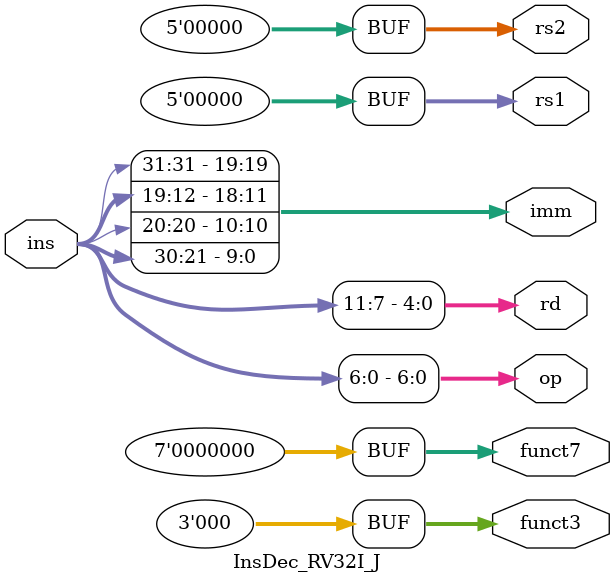
<source format=v>
module InsDec_RV32I_J(
    // 32位指令
    input wire [31:0] ins,

    // 操作码位段
    output wire [6:0] op,

    // 3位功能码位段  
    output wire [2:0] funct3,
    
    // 7位功能码位段
    output wire [6:0] funct7,
    
    // rs1地址位段
    output wire [4:0] rs1,

    // rs2地址位段
    output wire [4:0] rs2,

    // rd地址位段
    output wire [4:0] rd,

    // 立即数
    output wire [19:0] imm
);

    assign op = ins[6:0];
    assign funct3 = 3'd0;
    assign funct7 = 7'd0;
    assign rs1 = 5'd0;
    assign rs2 = 5'd0;
    assign rd = ins[11:7];
    assign imm = {ins[31:31], ins[19:12], ins[20:20], ins[30:21]};

endmodule
</source>
